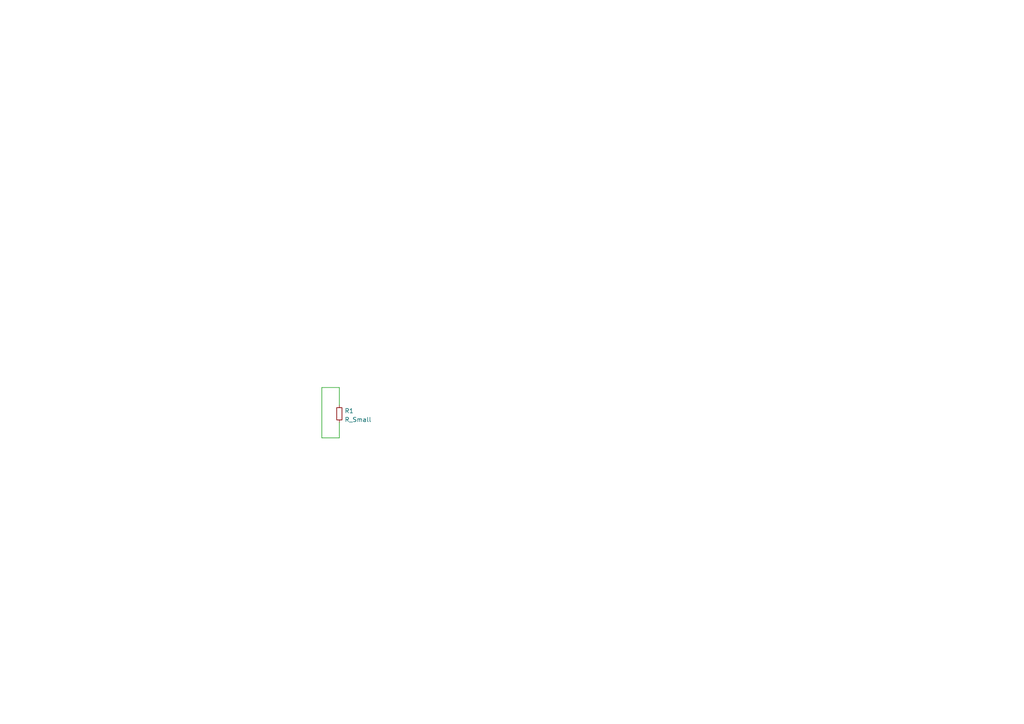
<source format=kicad_sch>
(kicad_sch (version 20211123) (generator eeschema)

  (uuid 0ce8ef0c-bf84-4f52-8da6-310f1efa5175)

  (paper "A4")

  (lib_symbols
    (symbol "Device:R_Small" (pin_numbers hide) (pin_names (offset 0.254) hide) (in_bom yes) (on_board yes)
      (property "Reference" "R" (id 0) (at 0.762 0.508 0)
        (effects (font (size 1.27 1.27)) (justify left))
      )
      (property "Value" "R_Small" (id 1) (at 0.762 -1.016 0)
        (effects (font (size 1.27 1.27)) (justify left))
      )
      (property "Footprint" "" (id 2) (at 0 0 0)
        (effects (font (size 1.27 1.27)) hide)
      )
      (property "Datasheet" "~" (id 3) (at 0 0 0)
        (effects (font (size 1.27 1.27)) hide)
      )
      (property "ki_keywords" "R resistor" (id 4) (at 0 0 0)
        (effects (font (size 1.27 1.27)) hide)
      )
      (property "ki_description" "Resistor, small symbol" (id 5) (at 0 0 0)
        (effects (font (size 1.27 1.27)) hide)
      )
      (property "ki_fp_filters" "R_*" (id 6) (at 0 0 0)
        (effects (font (size 1.27 1.27)) hide)
      )
      (symbol "R_Small_0_1"
        (rectangle (start -0.762 1.778) (end 0.762 -1.778)
          (stroke (width 0.2032) (type default) (color 0 0 0 0))
          (fill (type none))
        )
      )
      (symbol "R_Small_1_1"
        (pin passive line (at 0 2.54 270) (length 0.762)
          (name "~" (effects (font (size 1.27 1.27))))
          (number "1" (effects (font (size 1.27 1.27))))
        )
        (pin passive line (at 0 -2.54 90) (length 0.762)
          (name "~" (effects (font (size 1.27 1.27))))
          (number "2" (effects (font (size 1.27 1.27))))
        )
      )
    )
  )


  (wire (pts (xy 93.345 112.395) (xy 93.345 127))
    (stroke (width 0) (type default) (color 0 0 0 0))
    (uuid 93cdf4d7-686a-4277-97e6-d2c6a039ef52)
  )
  (wire (pts (xy 98.425 117.475) (xy 98.425 112.395))
    (stroke (width 0) (type default) (color 0 0 0 0))
    (uuid 99e28133-f6b5-4828-9edb-c40c32c856e7)
  )
  (wire (pts (xy 98.425 112.395) (xy 93.345 112.395))
    (stroke (width 0) (type default) (color 0 0 0 0))
    (uuid d603ae61-e8be-4212-9e5b-1f220b75b9e1)
  )
  (wire (pts (xy 98.425 127) (xy 98.425 122.555))
    (stroke (width 0) (type default) (color 0 0 0 0))
    (uuid f9409b99-169d-4428-a2b6-2a5399cd650f)
  )
  (wire (pts (xy 93.345 127) (xy 98.425 127))
    (stroke (width 0) (type default) (color 0 0 0 0))
    (uuid fe662a42-a964-4936-9e71-86123d9813d9)
  )

  (symbol (lib_id "Device:R_Small") (at 98.425 120.015 0) (unit 1)
    (in_bom yes) (on_board yes) (fields_autoplaced)
    (uuid e656fc9e-6fc9-409b-980c-bf9cfe8c23a0)
    (property "Reference" "R1" (id 0) (at 99.9236 119.1803 0)
      (effects (font (size 1.27 1.27)) (justify left))
    )
    (property "Value" "R_Small" (id 1) (at 99.9236 121.7172 0)
      (effects (font (size 1.27 1.27)) (justify left))
    )
    (property "Footprint" "Resistor_SMD:R_0201_0603Metric_Pad0.64x0.40mm_HandSolder" (id 2) (at 98.425 120.015 0)
      (effects (font (size 1.27 1.27)) hide)
    )
    (property "Datasheet" "~" (id 3) (at 98.425 120.015 0)
      (effects (font (size 1.27 1.27)) hide)
    )
    (pin "1" (uuid 954202d9-1508-4075-8634-c486878e24ec))
    (pin "2" (uuid 5bfa6cea-a378-4f9d-bc96-11230e48e37f))
  )

  (sheet_instances
    (path "/" (page "1"))
  )

  (symbol_instances
    (path "/e656fc9e-6fc9-409b-980c-bf9cfe8c23a0"
      (reference "R1") (unit 1) (value "R_Small") (footprint "Resistor_SMD:R_0201_0603Metric_Pad0.64x0.40mm_HandSolder")
    )
  )
)

</source>
